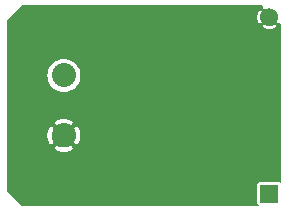
<source format=gbr>
G04 start of page 3 for group 1 idx 1 *
G04 Title: (unknown), solder *
G04 Creator: pcb 20140316 *
G04 CreationDate: Thu 20 Aug 2020 03:11:14 AM GMT UTC *
G04 For: railfan *
G04 Format: Gerber/RS-274X *
G04 PCB-Dimensions (mil): 1150.00 910.00 *
G04 PCB-Coordinate-Origin: lower left *
%MOIN*%
%FSLAX25Y25*%
%LNBOTTOM*%
%ADD28C,0.0480*%
%ADD27C,0.0200*%
%ADD26C,0.0400*%
%ADD25C,0.0600*%
%ADD24C,0.0800*%
%ADD23C,0.0001*%
G54D23*G36*
X103000Y72500D02*Y13000D01*
X102991Y19157D01*
X102954Y19310D01*
X102894Y19455D01*
X102812Y19590D01*
X102709Y19709D01*
X102590Y19812D01*
X102455Y19894D01*
X102310Y19954D01*
X102157Y19991D01*
X102000Y20000D01*
X99002Y19995D01*
Y71000D01*
X99182D01*
X99544Y71033D01*
X99902Y71099D01*
X100252Y71197D01*
X100592Y71326D01*
X100919Y71485D01*
X100985Y71528D01*
X101044Y71581D01*
X101094Y71643D01*
X101133Y71712D01*
X101161Y71786D01*
X101177Y71863D01*
X101181Y71942D01*
X101173Y72021D01*
X101152Y72097D01*
X101120Y72170D01*
X101077Y72236D01*
X101024Y72295D01*
X100962Y72344D01*
X100893Y72384D01*
X100819Y72412D01*
X100742Y72428D01*
X100663Y72432D01*
X100584Y72424D01*
X100507Y72403D01*
X100436Y72370D01*
X100193Y72247D01*
X99938Y72150D01*
X99676Y72077D01*
X99408Y72028D01*
X99136Y72003D01*
X99002D01*
Y76498D01*
X101733Y73767D01*
X101633Y73563D01*
X101600Y73491D01*
X101579Y73416D01*
X101571Y73337D01*
X101575Y73259D01*
X101591Y73182D01*
X101619Y73108D01*
X101658Y73040D01*
X101707Y72979D01*
X101766Y72926D01*
X101832Y72883D01*
X101904Y72851D01*
X101980Y72830D01*
X102058Y72822D01*
X102136Y72826D01*
X102213Y72842D01*
X102287Y72870D01*
X102355Y72909D01*
X102416Y72958D01*
X102469Y73017D01*
X102475Y73025D01*
X103000Y72500D01*
G37*
G36*
X95716Y12040D02*X95843Y12009D01*
X96000Y12000D01*
X95716D01*
Y12040D01*
G37*
G36*
X99002Y19995D02*X95843Y19991D01*
X95716Y19960D01*
Y72865D01*
X95786Y72839D01*
X95863Y72823D01*
X95942Y72819D01*
X96021Y72827D01*
X96097Y72848D01*
X96170Y72880D01*
X96236Y72923D01*
X96295Y72976D01*
X96344Y73038D01*
X96384Y73107D01*
X96412Y73181D01*
X96428Y73258D01*
X96432Y73337D01*
X96424Y73416D01*
X96403Y73493D01*
X96370Y73564D01*
X96247Y73807D01*
X96150Y74062D01*
X96077Y74324D01*
X96028Y74592D01*
X96003Y74864D01*
Y75136D01*
X96028Y75408D01*
X96077Y75676D01*
X96150Y75938D01*
X96247Y76193D01*
X96367Y76437D01*
X96400Y76509D01*
X96421Y76585D01*
X96429Y76663D01*
X96425Y76741D01*
X96409Y76818D01*
X96381Y76892D01*
X96342Y76960D01*
X96293Y77021D01*
X96234Y77074D01*
X96168Y77117D01*
X96096Y77149D01*
X96020Y77170D01*
X95942Y77178D01*
X95864Y77174D01*
X95787Y77158D01*
X95716Y77131D01*
Y79000D01*
X96500D01*
X97023Y78477D01*
X97015Y78472D01*
X96956Y78419D01*
X96906Y78357D01*
X96867Y78288D01*
X96839Y78214D01*
X96823Y78137D01*
X96819Y78058D01*
X96827Y77979D01*
X96848Y77903D01*
X96880Y77830D01*
X96923Y77764D01*
X96976Y77705D01*
X97038Y77656D01*
X97107Y77616D01*
X97181Y77588D01*
X97258Y77572D01*
X97337Y77568D01*
X97416Y77576D01*
X97493Y77597D01*
X97564Y77630D01*
X97767Y77733D01*
X99002Y76498D01*
Y72003D01*
X98864D01*
X98592Y72028D01*
X98324Y72077D01*
X98062Y72150D01*
X97807Y72247D01*
X97563Y72367D01*
X97491Y72400D01*
X97415Y72421D01*
X97337Y72429D01*
X97259Y72425D01*
X97182Y72409D01*
X97108Y72381D01*
X97040Y72342D01*
X96979Y72293D01*
X96926Y72234D01*
X96883Y72168D01*
X96851Y72096D01*
X96830Y72020D01*
X96822Y71942D01*
X96826Y71864D01*
X96842Y71787D01*
X96870Y71713D01*
X96909Y71645D01*
X96958Y71584D01*
X97017Y71531D01*
X97083Y71489D01*
X97408Y71326D01*
X97748Y71197D01*
X98098Y71099D01*
X98456Y71033D01*
X98818Y71000D01*
X99002D01*
Y19995D01*
G37*
G36*
X95716Y19960D02*X95690Y19954D01*
X95545Y19894D01*
X95410Y19812D01*
X95291Y19709D01*
X95188Y19590D01*
X95106Y19455D01*
X95046Y19310D01*
X95009Y19157D01*
X95000Y19000D01*
X95009Y12843D01*
X95046Y12690D01*
X95106Y12545D01*
X95188Y12410D01*
X95291Y12291D01*
X95410Y12188D01*
X95545Y12106D01*
X95690Y12046D01*
X95716Y12040D01*
Y12000D01*
X34993D01*
Y32645D01*
X35078Y32681D01*
X35179Y32743D01*
X35269Y32819D01*
X35345Y32909D01*
X35405Y33011D01*
X35622Y33480D01*
X35789Y33969D01*
X35909Y34472D01*
X35982Y34984D01*
X36006Y35500D01*
X35982Y36016D01*
X35909Y36528D01*
X35789Y37031D01*
X35622Y37520D01*
X35410Y37992D01*
X35349Y38093D01*
X35272Y38184D01*
X35182Y38261D01*
X35080Y38323D01*
X34993Y38360D01*
Y52305D01*
X35416Y52995D01*
X35747Y53795D01*
X35949Y54637D01*
X36000Y55500D01*
X35949Y56363D01*
X35747Y57205D01*
X35416Y58005D01*
X34993Y58695D01*
Y79000D01*
X95716D01*
Y77131D01*
X95713Y77130D01*
X95645Y77091D01*
X95584Y77042D01*
X95531Y76983D01*
X95489Y76917D01*
X95326Y76592D01*
X95197Y76252D01*
X95099Y75902D01*
X95033Y75544D01*
X95000Y75182D01*
Y74818D01*
X95033Y74456D01*
X95099Y74098D01*
X95197Y73748D01*
X95326Y73408D01*
X95485Y73081D01*
X95528Y73015D01*
X95581Y72956D01*
X95643Y72906D01*
X95712Y72867D01*
X95716Y72865D01*
Y19960D01*
G37*
G36*
X34993Y58695D02*X34963Y58743D01*
X34401Y59401D01*
X33743Y59963D01*
X33005Y60416D01*
X32205Y60747D01*
X31363Y60949D01*
X30500Y61017D01*
X30492Y61016D01*
Y79000D01*
X34993D01*
Y58695D01*
G37*
G36*
Y12000D02*X30492D01*
Y29994D01*
X30500Y29994D01*
X31016Y30018D01*
X31528Y30091D01*
X32031Y30211D01*
X32520Y30378D01*
X32992Y30590D01*
X33093Y30651D01*
X33184Y30728D01*
X33261Y30818D01*
X33323Y30920D01*
X33369Y31029D01*
X33397Y31145D01*
X33406Y31263D01*
X33397Y31381D01*
X33370Y31497D01*
X33324Y31607D01*
X33262Y31708D01*
X33186Y31798D01*
X33095Y31876D01*
X32994Y31938D01*
X32885Y31984D01*
X32769Y32011D01*
X32651Y32021D01*
X32532Y32012D01*
X32417Y31984D01*
X32308Y31937D01*
X31968Y31779D01*
X31612Y31658D01*
X31247Y31570D01*
X30875Y31518D01*
X30500Y31500D01*
X30492Y31500D01*
Y39500D01*
X30500Y39500D01*
X30875Y39482D01*
X31247Y39430D01*
X31612Y39342D01*
X31968Y39221D01*
X32310Y39067D01*
X32418Y39020D01*
X32533Y38993D01*
X32651Y38983D01*
X32768Y38993D01*
X32883Y39021D01*
X32992Y39066D01*
X33093Y39128D01*
X33182Y39205D01*
X33259Y39295D01*
X33320Y39395D01*
X33365Y39504D01*
X33393Y39619D01*
X33402Y39737D01*
X33392Y39855D01*
X33365Y39969D01*
X33319Y40078D01*
X33257Y40179D01*
X33181Y40269D01*
X33091Y40345D01*
X32989Y40405D01*
X32520Y40622D01*
X32031Y40789D01*
X31528Y40909D01*
X31016Y40982D01*
X30500Y41006D01*
X30492Y41006D01*
Y49984D01*
X30500Y49983D01*
X31363Y50051D01*
X32205Y50253D01*
X33005Y50584D01*
X33743Y51037D01*
X34401Y51599D01*
X34963Y52257D01*
X34993Y52305D01*
Y38360D01*
X34971Y38369D01*
X34855Y38397D01*
X34737Y38406D01*
X34619Y38397D01*
X34503Y38370D01*
X34393Y38324D01*
X34292Y38262D01*
X34202Y38186D01*
X34124Y38095D01*
X34062Y37994D01*
X34016Y37885D01*
X33989Y37769D01*
X33979Y37651D01*
X33988Y37532D01*
X34016Y37417D01*
X34063Y37308D01*
X34221Y36968D01*
X34342Y36612D01*
X34430Y36247D01*
X34482Y35875D01*
X34500Y35500D01*
X34482Y35125D01*
X34430Y34753D01*
X34342Y34388D01*
X34221Y34032D01*
X34067Y33690D01*
X34020Y33582D01*
X33993Y33467D01*
X33983Y33349D01*
X33993Y33232D01*
X34021Y33117D01*
X34066Y33008D01*
X34128Y32907D01*
X34205Y32818D01*
X34295Y32741D01*
X34395Y32680D01*
X34504Y32635D01*
X34619Y32607D01*
X34737Y32598D01*
X34855Y32608D01*
X34969Y32635D01*
X34993Y32645D01*
Y12000D01*
G37*
G36*
X26007Y79000D02*X30492D01*
Y61016D01*
X29637Y60949D01*
X28795Y60747D01*
X27995Y60416D01*
X27257Y59963D01*
X26599Y59401D01*
X26037Y58743D01*
X26007Y58695D01*
Y79000D01*
G37*
G36*
X30492Y12000D02*X26007D01*
Y32640D01*
X26029Y32631D01*
X26145Y32603D01*
X26263Y32594D01*
X26381Y32603D01*
X26497Y32630D01*
X26607Y32676D01*
X26708Y32738D01*
X26798Y32814D01*
X26876Y32905D01*
X26938Y33006D01*
X26984Y33115D01*
X27011Y33231D01*
X27021Y33349D01*
X27012Y33468D01*
X26984Y33583D01*
X26937Y33692D01*
X26779Y34032D01*
X26658Y34388D01*
X26570Y34753D01*
X26518Y35125D01*
X26500Y35500D01*
X26518Y35875D01*
X26570Y36247D01*
X26658Y36612D01*
X26779Y36968D01*
X26933Y37310D01*
X26980Y37418D01*
X27007Y37533D01*
X27017Y37651D01*
X27007Y37768D01*
X26979Y37883D01*
X26934Y37992D01*
X26872Y38093D01*
X26795Y38182D01*
X26705Y38259D01*
X26605Y38320D01*
X26496Y38365D01*
X26381Y38393D01*
X26263Y38402D01*
X26145Y38392D01*
X26031Y38365D01*
X26007Y38355D01*
Y52305D01*
X26037Y52257D01*
X26599Y51599D01*
X27257Y51037D01*
X27995Y50584D01*
X28795Y50253D01*
X29637Y50051D01*
X30492Y49984D01*
Y41006D01*
X29984Y40982D01*
X29472Y40909D01*
X28969Y40789D01*
X28480Y40622D01*
X28008Y40410D01*
X27907Y40349D01*
X27816Y40272D01*
X27739Y40182D01*
X27677Y40080D01*
X27631Y39971D01*
X27603Y39855D01*
X27594Y39737D01*
X27603Y39619D01*
X27630Y39503D01*
X27676Y39393D01*
X27738Y39292D01*
X27814Y39202D01*
X27905Y39124D01*
X28006Y39062D01*
X28115Y39016D01*
X28231Y38989D01*
X28349Y38979D01*
X28468Y38988D01*
X28583Y39016D01*
X28692Y39063D01*
X29032Y39221D01*
X29388Y39342D01*
X29753Y39430D01*
X30125Y39482D01*
X30492Y39500D01*
Y31500D01*
X30125Y31518D01*
X29753Y31570D01*
X29388Y31658D01*
X29032Y31779D01*
X28690Y31933D01*
X28582Y31980D01*
X28467Y32007D01*
X28349Y32017D01*
X28232Y32007D01*
X28117Y31979D01*
X28008Y31934D01*
X27907Y31872D01*
X27818Y31795D01*
X27741Y31705D01*
X27680Y31605D01*
X27635Y31496D01*
X27607Y31381D01*
X27598Y31263D01*
X27608Y31145D01*
X27635Y31031D01*
X27681Y30922D01*
X27743Y30821D01*
X27819Y30731D01*
X27909Y30655D01*
X28011Y30595D01*
X28480Y30378D01*
X28969Y30211D01*
X29472Y30091D01*
X29984Y30018D01*
X30492Y29994D01*
Y12000D01*
G37*
G36*
X26007D02*X16500D01*
X11500Y17000D01*
Y74000D01*
X16500Y79000D01*
X26007D01*
Y58695D01*
X25584Y58005D01*
X25253Y57205D01*
X25051Y56363D01*
X24983Y55500D01*
X25051Y54637D01*
X25253Y53795D01*
X25584Y52995D01*
X26007Y52305D01*
Y38355D01*
X25922Y38319D01*
X25821Y38257D01*
X25731Y38181D01*
X25655Y38091D01*
X25595Y37989D01*
X25378Y37520D01*
X25211Y37031D01*
X25091Y36528D01*
X25018Y36016D01*
X24994Y35500D01*
X25018Y34984D01*
X25091Y34472D01*
X25211Y33969D01*
X25378Y33480D01*
X25590Y33008D01*
X25651Y32907D01*
X25728Y32816D01*
X25818Y32739D01*
X25920Y32677D01*
X26007Y32640D01*
Y12000D01*
G37*
G54D24*X30500Y55500D03*
Y35500D03*
G54D23*G36*
X96000Y19000D02*Y13000D01*
X102000D01*
Y19000D01*
X96000D01*
G37*
G54D25*X99000Y75000D03*
G54D26*X78000Y69500D03*
X86500Y72500D03*
X73500Y55000D03*
X76000Y50500D03*
X71000D03*
X66000D03*
X61000Y48500D03*
X91500Y72500D03*
X73000Y69500D03*
G54D27*G54D28*G54D26*M02*

</source>
